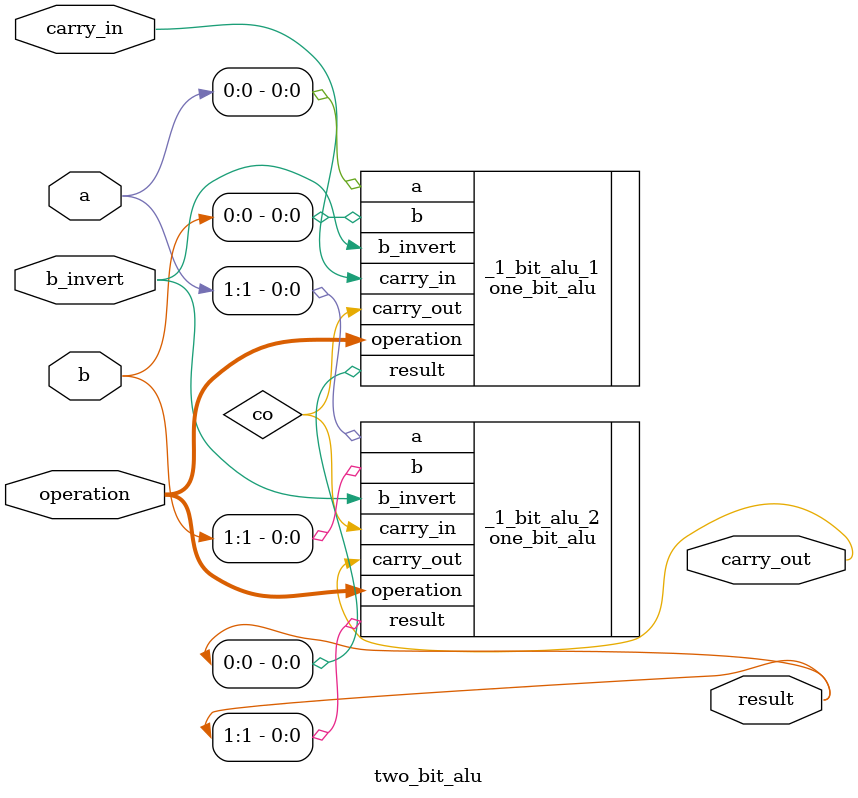
<source format=v>
`timescale 1ns / 1ps
module two_bit_alu(a, b, b_invert, carry_in, operation, result, carry_out 
    );
input [1:0] a;
input [1:0] b;
input b_invert, carry_in;
input [2:0] operation;

output [1:0] result;
output carry_out;

wire co;
one_bit_alu _1_bit_alu_1 (.a(a[0]), .b(b[0]), .b_invert(b_invert),
								  .carry_in(carry_in), .operation(operation),
								  .result(result[0]), .carry_out(co));
one_bit_alu _1_bit_alu_2 (.a(a[1]), .b(b[1]), .b_invert(b_invert),
								  .carry_in(co), .operation(operation),
								  .result(result[1]), .carry_out(carry_out));

endmodule

</source>
